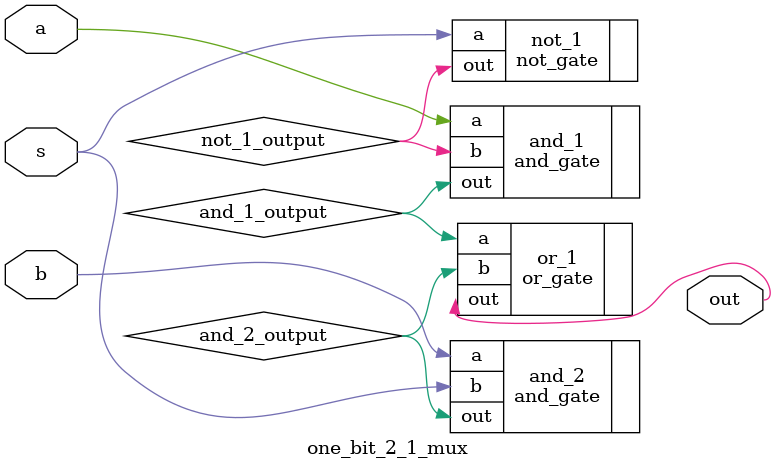
<source format=v>

module one_bit_2_1_mux (a, b, s, out);

	// I/O Declaration
	input a, b, s;	
	output out;
	
	// Wire Declaration
	wire not_1_output;
	wire and_1_output, and_2_output;
	
	// Instantiation
	not_gate not_1(.a(s), .out(not_1_output));
	and_gate and_1(.a(a), .b(not_1_output), .out(and_1_output));
	and_gate and_2(.a(b), .b(s), .out(and_2_output));
	or_gate or_1(.a(and_1_output), .b(and_2_output), .out(out));

endmodule
</source>
